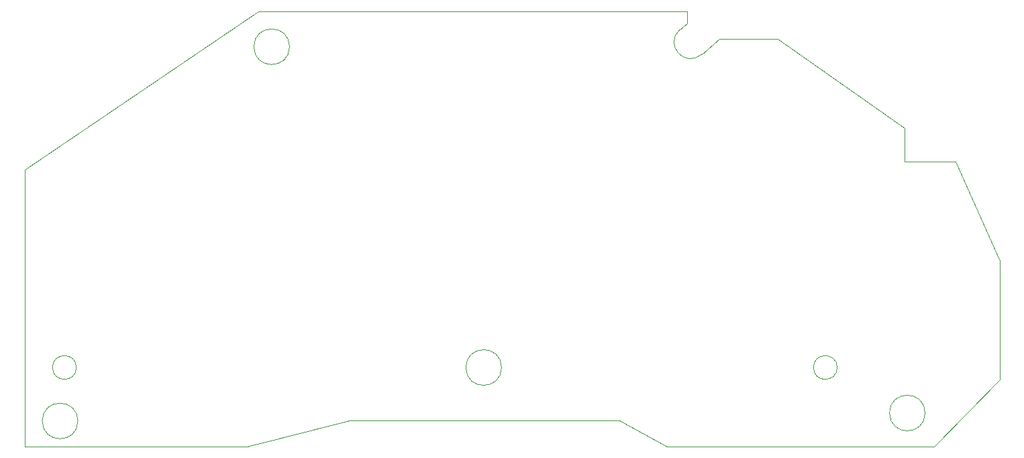
<source format=gm1>
G04 #@! TF.GenerationSoftware,KiCad,Pcbnew,7.0.9*
G04 #@! TF.CreationDate,2023-12-20T17:08:32-07:00*
G04 #@! TF.ProjectId,genesis-6_controller_pcb,67656e65-7369-4732-9d36-5f636f6e7472,4a*
G04 #@! TF.SameCoordinates,Original*
G04 #@! TF.FileFunction,Profile,NP*
%FSLAX46Y46*%
G04 Gerber Fmt 4.6, Leading zero omitted, Abs format (unit mm)*
G04 Created by KiCad (PCBNEW 7.0.9) date 2023-12-20 17:08:32*
%MOMM*%
%LPD*%
G01*
G04 APERTURE LIST*
G04 #@! TA.AperFunction,Profile*
%ADD10C,0.100000*%
G04 #@! TD*
G04 APERTURE END LIST*
D10*
X187650000Y-103500000D02*
X185400000Y-105450000D01*
X129500000Y-100000000D02*
X183550000Y-100000000D01*
X106500000Y-145000000D02*
G75*
G03*
X106500000Y-145000000I-1500000J0D01*
G01*
X187650000Y-103500000D02*
X195000000Y-103500000D01*
X181000000Y-155000000D02*
X175000000Y-151670000D01*
X211000000Y-119000000D02*
X211000000Y-114800000D01*
X183550000Y-101550000D02*
X183550000Y-100000000D01*
X100000000Y-155000000D02*
X128050000Y-155000000D01*
X213600000Y-150750000D02*
G75*
G03*
X213600000Y-150750000I-2250000J0D01*
G01*
X133400000Y-104500000D02*
G75*
G03*
X133400000Y-104500000I-2250000J0D01*
G01*
X202500000Y-145000000D02*
G75*
G03*
X202500000Y-145000000I-1500000J0D01*
G01*
X223000000Y-131500000D02*
X223000000Y-146500000D01*
X211000000Y-114800000D02*
X195000000Y-103500000D01*
X106700000Y-151750000D02*
G75*
G03*
X106700000Y-151750000I-2250000J0D01*
G01*
X100000000Y-120000000D02*
X129500000Y-100000000D01*
X100000000Y-155000000D02*
X100000000Y-120000000D01*
X211000000Y-119000000D02*
X217450000Y-119000000D01*
X214750000Y-155000000D02*
X223000000Y-146500000D01*
X141000000Y-151670000D02*
X175000000Y-151670000D01*
X181000000Y-155000000D02*
X214750000Y-155000000D01*
X160150000Y-145000000D02*
G75*
G03*
X160150000Y-145000000I-2250000J0D01*
G01*
X128050000Y-155000000D02*
X141000000Y-151670000D01*
X182614797Y-102364803D02*
G75*
G03*
X185400000Y-105450000I1392603J-1542597D01*
G01*
X223000000Y-131500000D02*
X217450000Y-119000000D01*
X183550000Y-101550000D02*
X182614749Y-102364749D01*
M02*

</source>
